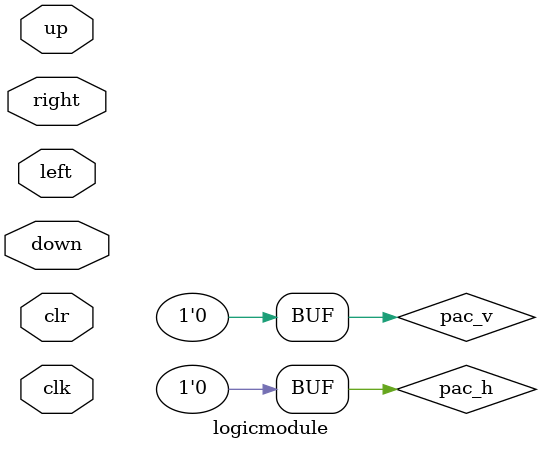
<source format=v>
`timescale 1ns / 1ps
module logicmodule(
clk, clr, up, down, left, right, 
    );
input clk, clr, up, down, left, right;
reg pac_h;
reg pac_v;

initial begin
	pac_h = 300;
	pac_v = 200;
end

//always@(*)


endmodule

</source>
